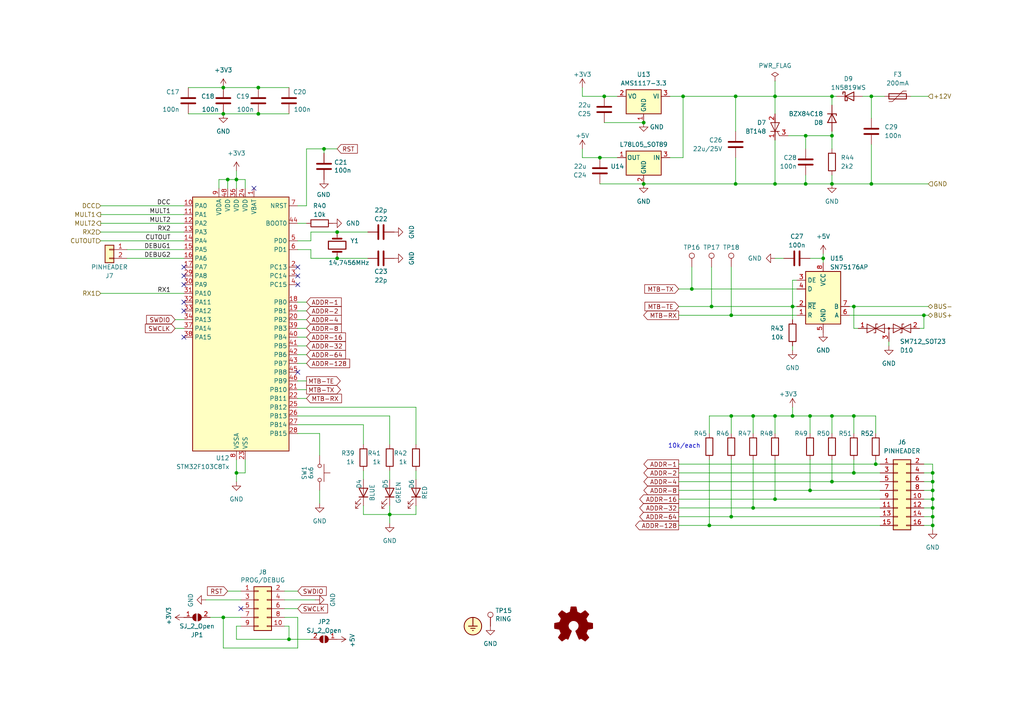
<source format=kicad_sch>
(kicad_sch (version 20230121) (generator eeschema)
  (paper "A4")
  (title_block (title "RailComDet - MTB part") (date "2023-10-05") (company "Laboratory of railway vehicles control") (comment 1 "Kateřina Hanáková") (comment 2 "https://github.com/kmzbrnoI/railcomdet") (comment 3 "https://creativecommons.org/licenses/by-sa/4.0/") (comment 4 "Released under the Creative Commons Attribution-ShareAlike 4.0 License"))
  (lib_symbols
    (symbol "Connector:TestPoint" (pin_numbers hide) (pin_names (offset 0.762) hide)
      (property "Reference" "TP" (at 0 6.858 0))
      (property "Value" "TestPoint" (at 0 5.08 0))
      (symbol "TestPoint_1_1"
        (pin passive line (at 0 0 90) (length 2.54) (name "1") (number "1"))
      )
    )
    (symbol "Connector_Generic:Conn_01x02" (pin_names (offset 1.016) hide)
      (property "Reference" "J" (at 0 2.54 0))
      (property "Value" "Conn_01x02" (at 0 -5.08 0))
      (symbol "Conn_01x02_1_1"
        (pin passive line (at -5.08 0 0) (length 3.81) (name "Pin_1") (number "1"))
        (pin passive line (at -5.08 -2.54 0) (length 3.81) (name "Pin_2") (number "2"))
      )
    )
    (symbol "Connector_Generic:Conn_02x05_Odd_Even" (pin_names (offset 1.016) hide)
      (property "Reference" "J" (at 1.27 7.62 0))
      (property "Value" "Conn_02x05_Odd_Even" (at 1.27 -7.62 0))
      (symbol "Conn_02x05_Odd_Even_1_1"
        (pin passive line (at -5.08 5.08 0) (length 3.81) (name "Pin_1") (number "1"))
        (pin passive line (at 7.62 -5.08 180) (length 3.81) (name "Pin_10") (number "10"))
        (pin passive line (at 7.62 5.08 180) (length 3.81) (name "Pin_2") (number "2"))
        (pin passive line (at -5.08 2.54 0) (length 3.81) (name "Pin_3") (number "3"))
        (pin passive line (at 7.62 2.54 180) (length 3.81) (name "Pin_4") (number "4"))
        (pin passive line (at -5.08 0 0) (length 3.81) (name "Pin_5") (number "5"))
        (pin passive line (at 7.62 0 180) (length 3.81) (name "Pin_6") (number "6"))
        (pin passive line (at -5.08 -2.54 0) (length 3.81) (name "Pin_7") (number "7"))
        (pin passive line (at 7.62 -2.54 180) (length 3.81) (name "Pin_8") (number "8"))
        (pin passive line (at -5.08 -5.08 0) (length 3.81) (name "Pin_9") (number "9"))
      )
    )
    (symbol "Connector_Generic:Conn_02x08_Odd_Even" (pin_names (offset 1.016) hide)
      (property "Reference" "J" (at 1.27 10.16 0))
      (property "Value" "Conn_02x08_Odd_Even" (at 1.27 -12.7 0))
      (symbol "Conn_02x08_Odd_Even_1_1"
        (pin passive line (at -5.08 7.62 0) (length 3.81) (name "Pin_1") (number "1"))
        (pin passive line (at 7.62 -2.54 180) (length 3.81) (name "Pin_10") (number "10"))
        (pin passive line (at -5.08 -5.08 0) (length 3.81) (name "Pin_11") (number "11"))
        (pin passive line (at 7.62 -5.08 180) (length 3.81) (name "Pin_12") (number "12"))
        (pin passive line (at -5.08 -7.62 0) (length 3.81) (name "Pin_13") (number "13"))
        (pin passive line (at 7.62 -7.62 180) (length 3.81) (name "Pin_14") (number "14"))
        (pin passive line (at -5.08 -10.16 0) (length 3.81) (name "Pin_15") (number "15"))
        (pin passive line (at 7.62 -10.16 180) (length 3.81) (name "Pin_16") (number "16"))
        (pin passive line (at 7.62 7.62 180) (length 3.81) (name "Pin_2") (number "2"))
        (pin passive line (at -5.08 5.08 0) (length 3.81) (name "Pin_3") (number "3"))
        (pin passive line (at 7.62 5.08 180) (length 3.81) (name "Pin_4") (number "4"))
        (pin passive line (at -5.08 2.54 0) (length 3.81) (name "Pin_5") (number "5"))
        (pin passive line (at 7.62 2.54 180) (length 3.81) (name "Pin_6") (number "6"))
        (pin passive line (at -5.08 0 0) (length 3.81) (name "Pin_7") (number "7"))
        (pin passive line (at 7.62 0 180) (length 3.81) (name "Pin_8") (number "8"))
        (pin passive line (at -5.08 -2.54 0) (length 3.81) (name "Pin_9") (number "9"))
      )
    )
    (symbol "Device:C" (pin_numbers hide) (pin_names (offset 0.254))
      (property "Reference" "C" (at 0.635 2.54 0))
      (property "Value" "C" (at 0.635 -2.54 0))
      (symbol "C_1_1"
        (pin passive line (at 0 3.81 270) (length 2.794) (name "~") (number "1"))
        (pin passive line (at 0 -3.81 90) (length 2.794) (name "~") (number "2"))
      )
    )
    (symbol "Device:Crystal" (pin_numbers hide) (pin_names (offset 1.016) hide)
      (property "Reference" "Y" (at 0 3.81 0))
      (property "Value" "Crystal" (at 0 -3.81 0))
      (symbol "Crystal_1_1"
        (pin passive line (at -3.81 0 0) (length 1.27) (name "1") (number "1"))
        (pin passive line (at 3.81 0 180) (length 1.27) (name "2") (number "2"))
      )
    )
    (symbol "Device:LED" (pin_numbers hide) (pin_names (offset 1.016) hide)
      (property "Reference" "D" (at 0 2.54 0))
      (property "Value" "LED" (at 0 -2.54 0))
      (symbol "LED_1_1"
        (pin passive line (at -3.81 0 0) (length 2.54) (name "K") (number "1"))
        (pin passive line (at 3.81 0 180) (length 2.54) (name "A") (number "2"))
      )
    )
    (symbol "Device:Polyfuse" (pin_numbers hide) (pin_names (offset 0))
      (property "Reference" "F" (at -2.54 0 90))
      (property "Value" "Polyfuse" (at 2.54 0 90))
      (symbol "Polyfuse_1_1"
        (pin passive line (at 0 3.81 270) (length 1.27) (name "~") (number "1"))
        (pin passive line (at 0 -3.81 90) (length 1.27) (name "~") (number "2"))
      )
    )
    (symbol "Device:Q_SCR_KAG" (pin_names (offset 0) hide)
      (property "Reference" "D" (at 1.905 0.635 0))
      (property "Value" "Q_SCR_KAG" (at 1.905 -1.27 0))
      (symbol "Q_SCR_KAG_1_1"
        (pin passive line (at 0 -3.81 90) (length 2.54) (name "K") (number "1"))
        (pin passive line (at 0 3.81 270) (length 2.54) (name "A") (number "2"))
        (pin input line (at -3.81 -2.54 0) (length 2.54) (name "G") (number "3"))
      )
    )
    (symbol "Device:R" (pin_numbers hide) (pin_names (offset 0))
      (property "Reference" "R" (at 2.032 0 90))
      (property "Value" "R" (at 0 0 90))
      (symbol "R_1_1"
        (pin passive line (at 0 3.81 270) (length 1.27) (name "~") (number "1"))
        (pin passive line (at 0 -3.81 90) (length 1.27) (name "~") (number "2"))
      )
    )
    (symbol "Diode:1N5819WS" (pin_numbers hide) (pin_names (offset 1.016) hide)
      (property "Reference" "D" (at 0 2.54 0))
      (property "Value" "1N5819WS" (at 0 -2.54 0))
      (symbol "1N5819WS_1_1"
        (pin passive line (at -3.81 0 0) (length 2.54) (name "K") (number "1"))
        (pin passive line (at 3.81 0 180) (length 2.54) (name "A") (number "2"))
      )
    )
    (symbol "Diode:BZX84Cxx" (pin_numbers hide) (pin_names hide)
      (property "Reference" "D" (at 0 3.81 0))
      (property "Value" "BZX84Cxx" (at 0 -3.81 0))
      (symbol "BZX84Cxx_1_1"
        (pin passive line (at 3.81 0 180) (length 2.54) (name "A") (number "1"))
        (pin no_connect line (at 1.27 0 180) (length 2.54) hide (name "NC") (number "2"))
        (pin passive line (at -3.81 0 0) (length 2.54) (name "K") (number "3"))
      )
    )
    (symbol "Diode:SM712_SOT23" (pin_names (offset 1.016) hide)
      (property "Reference" "D" (at 0 4.445 0))
      (property "Value" "SM712_SOT23" (at 0 2.54 0))
      (symbol "SM712_SOT23_1_1"
        (pin passive line (at -8.89 0 0) (length 2.54) (name "A1") (number "1"))
        (pin passive line (at 8.89 0 180) (length 2.54) (name "A2") (number "2"))
        (pin input line (at 0 -3.81 90) (length 2.54) (name "common") (number "3"))
      )
    )
    (symbol "Graphic:Logo_Open_Hardware_Small" (in_bom no) (on_board no))
    (symbol "Graphic:SYM_Earth_Protective_Small" (in_bom no) (on_board no))
    (symbol "Interface_UART:SN75176AP"
      (property "Reference" "U" (at -4.318 8.89 0))
      (property "Value" "SN75176AP" (at 1.016 8.89 0))
      (symbol "SN75176AP_1_1"
        (pin output line (at -7.62 -5.08 0) (length 2.54) (name "R") (number "1"))
        (pin input line (at -7.62 -2.54 0) (length 2.54) (name "~{RE}") (number "2"))
        (pin input line (at -7.62 5.08 0) (length 2.54) (name "DE") (number "3"))
        (pin input line (at -7.62 2.54 0) (length 2.54) (name "D") (number "4"))
        (pin power_in line (at 0 -10.16 90) (length 2.54) (name "GND") (number "5"))
        (pin bidirectional line (at 7.62 -5.08 180) (length 2.54) (name "A") (number "6"))
        (pin bidirectional line (at 7.62 -2.54 180) (length 2.54) (name "B") (number "7"))
        (pin power_in line (at 0 10.16 270) (length 2.54) (name "VCC") (number "8"))
      )
    )
    (symbol "Jumper:SolderJumper_2_Open" (pin_names (offset 0) hide)
      (property "Reference" "JP" (at 0 2.032 0))
      (property "Value" "SolderJumper_2_Open" (at 0 -2.54 0))
      (symbol "SolderJumper_2_Open_1_1"
        (pin passive line (at -3.81 0 0) (length 2.54) (name "A") (number "1"))
        (pin passive line (at 3.81 0 180) (length 2.54) (name "B") (number "2"))
      )
    )
    (symbol "MCU_ST_STM32F1:STM32F103C8Tx"
      (property "Reference" "U" (at -12.7 39.37 0))
      (property "Value" "STM32F103C8Tx" (at 10.16 39.37 0))
      (symbol "STM32F103C8Tx_1_1"
        (pin power_in line (at -2.54 40.64 270) (length 2.54) (name "VBAT") (number "1"))
        (pin bidirectional line (at 17.78 35.56 180) (length 2.54) (name "PA0") (number "10"))
        (pin bidirectional line (at 17.78 33.02 180) (length 2.54) (name "PA1") (number "11"))
        (pin bidirectional line (at 17.78 30.48 180) (length 2.54) (name "PA2") (number "12"))
        (pin bidirectional line (at 17.78 27.94 180) (length 2.54) (name "PA3") (number "13"))
        (pin bidirectional line (at 17.78 25.4 180) (length 2.54) (name "PA4") (number "14"))
        (pin bidirectional line (at 17.78 22.86 180) (length 2.54) (name "PA5") (number "15"))
        (pin bidirectional line (at 17.78 20.32 180) (length 2.54) (name "PA6") (number "16"))
        (pin bidirectional line (at 17.78 17.78 180) (length 2.54) (name "PA7") (number "17"))
        (pin bidirectional line (at -15.24 7.62 0) (length 2.54) (name "PB0") (number "18"))
        (pin bidirectional line (at -15.24 5.08 0) (length 2.54) (name "PB1") (number "19"))
        (pin bidirectional line (at -15.24 17.78 0) (length 2.54) (name "PC13") (number "2"))
        (pin bidirectional line (at -15.24 2.54 0) (length 2.54) (name "PB2") (number "20"))
        (pin bidirectional line (at -15.24 -17.78 0) (length 2.54) (name "PB10") (number "21"))
        (pin bidirectional line (at -15.24 -20.32 0) (length 2.54) (name "PB11") (number "22"))
        (pin power_in line (at 0 -38.1 90) (length 2.54) (name "VSS") (number "23"))
        (pin power_in line (at 0 40.64 270) (length 2.54) (name "VDD") (number "24"))
        (pin bidirectional line (at -15.24 -22.86 0) (length 2.54) (name "PB12") (number "25"))
        (pin bidirectional line (at -15.24 -25.4 0) (length 2.54) (name "PB13") (number "26"))
        (pin bidirectional line (at -15.24 -27.94 0) (length 2.54) (name "PB14") (number "27"))
        (pin bidirectional line (at -15.24 -30.48 0) (length 2.54) (name "PB15") (number "28"))
        (pin bidirectional line (at 17.78 15.24 180) (length 2.54) (name "PA8") (number "29"))
        (pin bidirectional line (at -15.24 15.24 0) (length 2.54) (name "PC14") (number "3"))
        (pin bidirectional line (at 17.78 12.7 180) (length 2.54) (name "PA9") (number "30"))
        (pin bidirectional line (at 17.78 10.16 180) (length 2.54) (name "PA10") (number "31"))
        (pin bidirectional line (at 17.78 7.62 180) (length 2.54) (name "PA11") (number "32"))
        (pin bidirectional line (at 17.78 5.08 180) (length 2.54) (name "PA12") (number "33"))
        (pin bidirectional line (at 17.78 2.54 180) (length 2.54) (name "PA13") (number "34"))
        (pin passive line (at 0 -38.1 90) (length 2.54) hide (name "VSS") (number "35"))
        (pin power_in line (at 2.54 40.64 270) (length 2.54) (name "VDD") (number "36"))
        (pin bidirectional line (at 17.78 0 180) (length 2.54) (name "PA14") (number "37"))
        (pin bidirectional line (at 17.78 -2.54 180) (length 2.54) (name "PA15") (number "38"))
        (pin bidirectional line (at -15.24 0 0) (length 2.54) (name "PB3") (number "39"))
        (pin bidirectional line (at -15.24 12.7 0) (length 2.54) (name "PC15") (number "4"))
        (pin bidirectional line (at -15.24 -2.54 0) (length 2.54) (name "PB4") (number "40"))
        (pin bidirectional line (at -15.24 -5.08 0) (length 2.54) (name "PB5") (number "41"))
        (pin bidirectional line (at -15.24 -7.62 0) (length 2.54) (name "PB6") (number "42"))
        (pin bidirectional line (at -15.24 -10.16 0) (length 2.54) (name "PB7") (number "43"))
        (pin input line (at -15.24 30.48 0) (length 2.54) (name "BOOT0") (number "44"))
        (pin bidirectional line (at -15.24 -12.7 0) (length 2.54) (name "PB8") (number "45"))
        (pin bidirectional line (at -15.24 -15.24 0) (length 2.54) (name "PB9") (number "46"))
        (pin passive line (at 0 -38.1 90) (length 2.54) hide (name "VSS") (number "47"))
        (pin power_in line (at 5.08 40.64 270) (length 2.54) (name "VDD") (number "48"))
        (pin bidirectional line (at -15.24 25.4 0) (length 2.54) (name "PD0") (number "5"))
        (pin bidirectional line (at -15.24 22.86 0) (length 2.54) (name "PD1") (number "6"))
        (pin input line (at -15.24 35.56 0) (length 2.54) (name "NRST") (number "7"))
        (pin power_in line (at 2.54 -38.1 90) (length 2.54) (name "VSSA") (number "8"))
        (pin power_in line (at 7.62 40.64 270) (length 2.54) (name "VDDA") (number "9"))
      )
    )
    (symbol "Regulator_Linear:AMS1117-3.3"
      (property "Reference" "U" (at -3.81 3.175 0))
      (property "Value" "AMS1117-3.3" (at 0 3.175 0))
      (symbol "AMS1117-3.3_1_1"
        (pin power_in line (at 0 -7.62 90) (length 2.54) (name "GND") (number "1"))
        (pin power_out line (at 7.62 0 180) (length 2.54) (name "VO") (number "2"))
        (pin power_in line (at -7.62 0 0) (length 2.54) (name "VI") (number "3"))
      )
    )
    (symbol "Regulator_Linear:L78L05_SOT89" (pin_names (offset 0.254))
      (property "Reference" "U" (at -3.81 3.175 0))
      (property "Value" "L78L05_SOT89" (at -0.635 3.175 0))
      (symbol "L78L05_SOT89_1_1"
        (pin power_out line (at 7.62 0 180) (length 2.54) (name "OUT") (number "1"))
        (pin power_in line (at 0 -7.62 90) (length 2.54) (name "GND") (number "2"))
        (pin power_in line (at -7.62 0 0) (length 2.54) (name "IN") (number "3"))
      )
    )
    (symbol "Switch:SW_Push" (pin_numbers hide) (pin_names (offset 1.016) hide)
      (property "Reference" "SW" (at 1.27 2.54 0))
      (property "Value" "SW_Push" (at 0 -1.524 0))
      (symbol "SW_Push_0_1"
        (pin passive line (at -5.08 0 0) (length 2.54) (name "1") (number "1"))
        (pin passive line (at 5.08 0 180) (length 2.54) (name "2") (number "2"))
      )
    )
    (symbol "power:+3V3" (power) (pin_names (offset 0))
      (property "Value" "+3V3" (at 0 3.556 0))
      (symbol "+3V3_1_1"
        (pin power_in line (at 0 0 90) (length 0) hide (name "+3V3") (number "1"))
      )
    )
    (symbol "power:+5V" (power) (pin_names (offset 0))
      (property "Value" "+5V" (at 0 3.556 0))
      (symbol "+5V_1_1"
        (pin power_in line (at 0 0 90) (length 0) hide (name "+5V") (number "1"))
      )
    )
    (symbol "power:GND" (power) (pin_names (offset 0))
      (property "Value" "GND" (at 0 -3.81 0))
      (symbol "GND_1_1"
        (pin power_in line (at 0 0 270) (length 0) hide (name "GND") (number "1"))
      )
    )
    (symbol "power:PWR_FLAG" (power) (pin_numbers hide) (pin_names (offset 0) hide)
      (property "Value" "PWR_FLAG" (at 0 3.81 0))
      (symbol "PWR_FLAG_0_0"
        (pin power_out line (at 0 0 90) (length 0) (name "pwr") (number "1"))
      )
    )
  )
  (junction (at 186.69 53.34))
  (junction (at 234.95 142.24))
  (junction (at 270.51 142.24))
  (junction (at 175.26 27.94))
  (junction (at 254 134.62))
  (junction (at 241.3 139.7))
  (junction (at 270.51 139.7))
  (junction (at 270.51 149.86))
  (junction (at 224.79 27.94))
  (junction (at 74.93 33.02))
  (junction (at 93.98 43.18))
  (junction (at 241.3 120.65))
  (junction (at 270.51 152.4))
  (junction (at 198.12 27.94))
  (junction (at 247.65 120.65))
  (junction (at 270.51 147.32))
  (junction (at 247.65 137.16))
  (junction (at 233.68 53.34))
  (junction (at 206.375 88.9))
  (junction (at 241.3 39.37))
  (junction (at 224.79 120.65))
  (junction (at 213.36 53.34))
  (junction (at 252.73 53.34))
  (junction (at 241.3 27.94))
  (junction (at 218.44 120.65))
  (junction (at 213.36 27.94))
  (junction (at 238.76 74.93))
  (junction (at 247.65 88.9))
  (junction (at 113.03 149.225))
  (junction (at 205.74 152.4))
  (junction (at 241.3 53.34))
  (junction (at 212.09 120.65))
  (junction (at 200.66 83.82))
  (junction (at 234.95 120.65))
  (junction (at 224.79 53.34))
  (junction (at 229.87 120.65))
  (junction (at 74.93 25.4))
  (junction (at 64.77 179.07))
  (junction (at 66.04 52.07))
  (junction (at 270.51 137.16))
  (junction (at 68.58 52.07))
  (junction (at 68.58 137.16))
  (junction (at 97.79 67.31))
  (junction (at 218.44 147.32))
  (junction (at 64.77 33.02))
  (junction (at 233.68 39.37))
  (junction (at 64.77 25.4))
  (junction (at 173.99 45.72))
  (junction (at 212.09 91.44))
  (junction (at 252.73 27.94))
  (junction (at 270.51 144.78))
  (junction (at 224.79 144.78))
  (junction (at 229.87 88.9))
  (junction (at 267.97 91.44))
  (junction (at 83.82 185.42))
  (junction (at 97.79 74.93))
  (junction (at 186.69 35.56))
  (junction (at 212.09 149.86))
  (no_connect (at 53.34 97.79))
  (no_connect (at 53.34 77.47))
  (no_connect (at 86.36 77.47))
  (no_connect (at 53.34 82.55))
  (no_connect (at 86.36 80.01))
  (no_connect (at 53.34 87.63))
  (no_connect (at 69.85 176.53))
  (no_connect (at 73.66 54.61))
  (no_connect (at 86.36 107.95))
  (no_connect (at 53.34 90.17))
  (no_connect (at 86.36 82.55))
  (no_connect (at 53.34 80.01))
  (wire (pts (xy 66.04 52.07) (xy 66.04 54.61)))
  (wire (pts (xy 241.3 27.94) (xy 241.3 30.48)))
  (wire (pts (xy 213.36 45.72) (xy 213.36 53.34)))
  (wire (pts (xy 200.66 83.82) (xy 231.14 83.82)))
  (wire (pts (xy 270.51 144.78) (xy 270.51 147.32)))
  (wire (pts (xy 175.26 27.94) (xy 179.07 27.94)))
  (wire (pts (xy 88.9 43.18) (xy 88.9 59.69)))
  (wire (pts (xy 88.9 105.41) (xy 86.36 105.41)))
  (wire (pts (xy 198.12 27.94) (xy 213.36 27.94)))
  (wire (pts (xy 68.58 49.53) (xy 68.58 52.07)))
  (wire (pts (xy 113.03 149.225) (xy 113.03 151.765)))
  (wire (pts (xy 241.3 39.37) (xy 241.3 43.18)))
  (wire (pts (xy 198.12 45.72) (xy 198.12 27.94)))
  (wire (pts (xy 186.69 35.56) (xy 175.26 35.56)))
  (wire (pts (xy 86.36 179.07) (xy 86.36 187.96)))
  (wire (pts (xy 270.51 137.16) (xy 270.51 139.7)))
  (wire (pts (xy 83.82 181.61) (xy 83.82 185.42)))
  (wire (pts (xy 212.09 77.47) (xy 212.09 91.44)))
  (wire (pts (xy 113.03 128.905) (xy 113.03 120.65)))
  (wire (pts (xy 233.68 53.34) (xy 241.3 53.34)))
  (wire (pts (xy 247.65 88.9) (xy 247.65 95.25)))
  (wire (pts (xy 82.55 171.45) (xy 86.36 171.45)))
  (wire (pts (xy 234.95 120.65) (xy 234.95 125.73)))
  (wire (pts (xy 247.65 125.73) (xy 247.65 120.65)))
  (wire (pts (xy 90.17 74.93) (xy 97.79 74.93)))
  (wire (pts (xy 74.93 25.4) (xy 64.77 25.4)))
  (wire (pts (xy 92.71 125.73) (xy 92.71 132.08)))
  (wire (pts (xy 82.55 176.53) (xy 86.36 176.53)))
  (wire (pts (xy 213.36 53.34) (xy 224.79 53.34)))
  (wire (pts (xy 82.55 179.07) (xy 86.36 179.07)))
  (wire (pts (xy 168.91 25.4) (xy 168.91 27.94)))
  (wire (pts (xy 66.04 52.07) (xy 63.5 52.07)))
  (wire (pts (xy 68.58 185.42) (xy 68.58 181.61)))
  (wire (pts (xy 92.71 142.24) (xy 92.71 146.05)))
  (wire (pts (xy 29.21 69.85) (xy 53.34 69.85)))
  (wire (pts (xy 229.87 88.9) (xy 231.14 88.9)))
  (wire (pts (xy 196.85 88.9) (xy 206.375 88.9)))
  (wire (pts (xy 64.77 33.02) (xy 54.61 33.02)))
  (wire (pts (xy 224.79 33.02) (xy 224.79 27.94)))
  (wire (pts (xy 246.38 91.44) (xy 267.97 91.44)))
  (wire (pts (xy 238.76 74.93) (xy 238.76 76.2)))
  (wire (pts (xy 241.3 120.65) (xy 247.65 120.65)))
  (wire (pts (xy 92.71 125.73) (xy 86.36 125.73)))
  (wire (pts (xy 86.36 64.77) (xy 88.9 64.77)))
  (wire (pts (xy 196.85 144.78) (xy 224.79 144.78)))
  (wire (pts (xy 212.09 120.65) (xy 212.09 125.73)))
  (wire (pts (xy 247.65 137.16) (xy 255.27 137.16)))
  (wire (pts (xy 212.09 149.86) (xy 255.27 149.86)))
  (wire (pts (xy 224.79 133.35) (xy 224.79 144.78)))
  (wire (pts (xy 120.65 149.225) (xy 113.03 149.225)))
  (wire (pts (xy 267.97 91.44) (xy 269.24 91.44)))
  (wire (pts (xy 90.17 72.39) (xy 90.17 74.93)))
  (wire (pts (xy 173.99 53.34) (xy 186.69 53.34)))
  (wire (pts (xy 270.51 134.62) (xy 270.51 137.16)))
  (wire (pts (xy 212.09 133.35) (xy 212.09 149.86)))
  (wire (pts (xy 196.85 149.86) (xy 212.09 149.86)))
  (wire (pts (xy 113.03 149.225) (xy 105.41 149.225)))
  (wire (pts (xy 241.3 38.1) (xy 241.3 39.37)))
  (wire (pts (xy 29.21 62.23) (xy 53.34 62.23)))
  (wire (pts (xy 252.73 27.94) (xy 252.73 34.29)))
  (wire (pts (xy 254 120.65) (xy 254 125.73)))
  (wire (pts (xy 83.82 185.42) (xy 90.17 185.42)))
  (wire (pts (xy 205.74 125.73) (xy 205.74 120.65)))
  (wire (pts (xy 254 133.35) (xy 254 134.62)))
  (wire (pts (xy 106.68 67.31) (xy 97.79 67.31)))
  (wire (pts (xy 224.79 144.78) (xy 255.27 144.78)))
  (wire (pts (xy 88.9 90.17) (xy 86.36 90.17)))
  (wire (pts (xy 69.85 171.45) (xy 66.04 171.45)))
  (wire (pts (xy 234.95 142.24) (xy 255.27 142.24)))
  (wire (pts (xy 247.65 120.65) (xy 254 120.65)))
  (wire (pts (xy 71.12 54.61) (xy 71.12 52.07)))
  (wire (pts (xy 254 134.62) (xy 255.27 134.62)))
  (wire (pts (xy 270.51 147.32) (xy 270.51 149.86)))
  (wire (pts (xy 270.51 139.7) (xy 270.51 142.24)))
  (wire (pts (xy 64.77 179.07) (xy 60.96 179.07)))
  (wire (pts (xy 196.85 91.44) (xy 212.09 91.44)))
  (wire (pts (xy 179.07 45.72) (xy 173.99 45.72)))
  (wire (pts (xy 206.375 77.47) (xy 206.375 88.9)))
  (wire (pts (xy 212.09 91.44) (xy 231.14 91.44)))
  (wire (pts (xy 224.79 23.495) (xy 224.79 27.94)))
  (wire (pts (xy 233.68 39.37) (xy 233.68 43.18)))
  (wire (pts (xy 64.77 25.4) (xy 54.61 25.4)))
  (wire (pts (xy 186.69 53.34) (xy 213.36 53.34)))
  (wire (pts (xy 88.9 113.03) (xy 86.36 113.03)))
  (wire (pts (xy 173.99 45.72) (xy 168.91 45.72)))
  (wire (pts (xy 218.44 120.65) (xy 224.79 120.65)))
  (wire (pts (xy 91.44 173.99) (xy 82.55 173.99)))
  (wire (pts (xy 86.36 72.39) (xy 90.17 72.39)))
  (wire (pts (xy 50.8 92.71) (xy 53.34 92.71)))
  (wire (pts (xy 224.79 27.94) (xy 241.3 27.94)))
  (wire (pts (xy 74.93 33.02) (xy 64.77 33.02)))
  (wire (pts (xy 267.97 95.25) (xy 267.97 91.44)))
  (wire (pts (xy 68.58 139.7) (xy 68.58 137.16)))
  (wire (pts (xy 196.85 139.7) (xy 241.3 139.7)))
  (wire (pts (xy 196.85 152.4) (xy 205.74 152.4)))
  (wire (pts (xy 267.97 149.86) (xy 270.51 149.86)))
  (wire (pts (xy 36.83 74.93) (xy 53.34 74.93)))
  (wire (pts (xy 93.98 44.45) (xy 93.98 43.18)))
  (wire (pts (xy 233.68 39.37) (xy 241.3 39.37)))
  (wire (pts (xy 267.97 137.16) (xy 270.51 137.16)))
  (wire (pts (xy 228.6 39.37) (xy 233.68 39.37)))
  (wire (pts (xy 59.69 173.99) (xy 69.85 173.99)))
  (wire (pts (xy 105.41 136.525) (xy 105.41 139.065)))
  (wire (pts (xy 267.97 142.24) (xy 270.51 142.24)))
  (wire (pts (xy 234.95 133.35) (xy 234.95 142.24)))
  (wire (pts (xy 88.9 97.79) (xy 86.36 97.79)))
  (wire (pts (xy 224.79 120.65) (xy 229.87 120.65)))
  (wire (pts (xy 97.79 43.18) (xy 93.98 43.18)))
  (wire (pts (xy 168.91 43.18) (xy 168.91 45.72)))
  (wire (pts (xy 86.36 118.11) (xy 120.65 118.11)))
  (wire (pts (xy 270.51 149.86) (xy 270.51 152.4)))
  (wire (pts (xy 36.83 72.39) (xy 53.34 72.39)))
  (wire (pts (xy 205.74 152.4) (xy 255.27 152.4)))
  (wire (pts (xy 93.98 43.18) (xy 88.9 43.18)))
  (wire (pts (xy 88.9 110.49) (xy 86.36 110.49)))
  (wire (pts (xy 252.73 27.94) (xy 256.54 27.94)))
  (wire (pts (xy 270.51 142.24) (xy 270.51 144.78)))
  (wire (pts (xy 71.12 133.35) (xy 71.12 137.16)))
  (wire (pts (xy 113.03 146.685) (xy 113.03 149.225)))
  (wire (pts (xy 86.36 123.19) (xy 105.41 123.19)))
  (wire (pts (xy 194.31 45.72) (xy 198.12 45.72)))
  (wire (pts (xy 196.85 83.82) (xy 200.66 83.82)))
  (wire (pts (xy 29.21 67.31) (xy 53.34 67.31)))
  (wire (pts (xy 248.92 95.25) (xy 247.65 95.25)))
  (wire (pts (xy 68.58 185.42) (xy 83.82 185.42)))
  (wire (pts (xy 113.03 136.525) (xy 113.03 139.065)))
  (wire (pts (xy 205.74 133.35) (xy 205.74 152.4)))
  (wire (pts (xy 229.87 100.33) (xy 229.87 101.6)))
  (wire (pts (xy 241.3 125.73) (xy 241.3 120.65)))
  (wire (pts (xy 50.8 95.25) (xy 53.34 95.25)))
  (wire (pts (xy 257.81 99.06) (xy 257.81 100.33)))
  (wire (pts (xy 252.73 53.34) (xy 269.24 53.34)))
  (wire (pts (xy 29.21 59.69) (xy 53.34 59.69)))
  (wire (pts (xy 229.87 120.65) (xy 234.95 120.65)))
  (wire (pts (xy 88.9 95.25) (xy 86.36 95.25)))
  (wire (pts (xy 250.19 27.94) (xy 252.73 27.94)))
  (wire (pts (xy 212.09 120.65) (xy 218.44 120.65)))
  (wire (pts (xy 218.44 120.65) (xy 218.44 125.73)))
  (wire (pts (xy 229.87 81.28) (xy 229.87 88.9)))
  (wire (pts (xy 267.97 147.32) (xy 270.51 147.32)))
  (wire (pts (xy 82.55 181.61) (xy 83.82 181.61)))
  (wire (pts (xy 213.36 27.94) (xy 224.79 27.94)))
  (wire (pts (xy 106.68 74.93) (xy 97.79 74.93)))
  (wire (pts (xy 68.58 52.07) (xy 68.58 54.61)))
  (wire (pts (xy 88.9 87.63) (xy 86.36 87.63)))
  (wire (pts (xy 196.85 134.62) (xy 254 134.62)))
  (wire (pts (xy 83.82 25.4) (xy 74.93 25.4)))
  (wire (pts (xy 247.65 133.35) (xy 247.65 137.16)))
  (wire (pts (xy 88.9 92.71) (xy 86.36 92.71)))
  (wire (pts (xy 194.31 27.94) (xy 198.12 27.94)))
  (wire (pts (xy 68.58 133.35) (xy 68.58 137.16)))
  (wire (pts (xy 88.9 100.33) (xy 86.36 100.33)))
  (wire (pts (xy 105.41 123.19) (xy 105.41 128.905)))
  (wire (pts (xy 252.73 41.91) (xy 252.73 53.34)))
  (wire (pts (xy 270.51 152.4) (xy 270.51 153.67)))
  (wire (pts (xy 241.3 27.94) (xy 242.57 27.94)))
  (wire (pts (xy 267.97 144.78) (xy 270.51 144.78)))
  (wire (pts (xy 252.73 53.34) (xy 241.3 53.34)))
  (wire (pts (xy 241.3 139.7) (xy 255.27 139.7)))
  (wire (pts (xy 241.3 133.35) (xy 241.3 139.7)))
  (wire (pts (xy 120.65 118.11) (xy 120.65 128.905)))
  (wire (pts (xy 246.38 88.9) (xy 247.65 88.9)))
  (wire (pts (xy 205.74 120.65) (xy 212.09 120.65)))
  (wire (pts (xy 71.12 137.16) (xy 68.58 137.16)))
  (wire (pts (xy 64.77 187.96) (xy 64.77 179.07)))
  (wire (pts (xy 233.68 50.8) (xy 233.68 53.34)))
  (wire (pts (xy 234.95 74.93) (xy 238.76 74.93)))
  (wire (pts (xy 267.97 134.62) (xy 270.51 134.62)))
  (wire (pts (xy 88.9 59.69) (xy 86.36 59.69)))
  (wire (pts (xy 120.65 136.525) (xy 120.65 139.065)))
  (wire (pts (xy 264.16 27.94) (xy 269.24 27.94)))
  (wire (pts (xy 105.41 146.685) (xy 105.41 149.225)))
  (wire (pts (xy 238.76 73.66) (xy 238.76 74.93)))
  (wire (pts (xy 224.79 74.93) (xy 227.33 74.93)))
  (wire (pts (xy 29.21 85.09) (xy 53.34 85.09)))
  (wire (pts (xy 200.66 77.47) (xy 200.66 83.82)))
  (wire (pts (xy 206.375 88.9) (xy 229.87 88.9)))
  (wire (pts (xy 64.77 179.07) (xy 69.85 179.07)))
  (wire (pts (xy 68.58 181.61) (xy 69.85 181.61)))
  (wire (pts (xy 196.85 137.16) (xy 247.65 137.16)))
  (wire (pts (xy 63.5 52.07) (xy 63.5 54.61)))
  (wire (pts (xy 196.85 147.32) (xy 218.44 147.32)))
  (wire (pts (xy 234.95 120.65) (xy 241.3 120.65)))
  (wire (pts (xy 88.9 102.87) (xy 86.36 102.87)))
  (wire (pts (xy 224.79 125.73) (xy 224.79 120.65)))
  (wire (pts (xy 266.7 95.25) (xy 267.97 95.25)))
  (wire (pts (xy 218.44 133.35) (xy 218.44 147.32)))
  (wire (pts (xy 29.21 64.77) (xy 53.34 64.77)))
  (wire (pts (xy 71.12 52.07) (xy 68.58 52.07)))
  (wire (pts (xy 83.82 33.02) (xy 74.93 33.02)))
  (wire (pts (xy 90.17 67.31) (xy 97.79 67.31)))
  (wire (pts (xy 168.91 27.94) (xy 175.26 27.94)))
  (wire (pts (xy 224.79 53.34) (xy 233.68 53.34)))
  (wire (pts (xy 241.3 53.34) (xy 241.3 50.8)))
  (wire (pts (xy 213.36 38.1) (xy 213.36 27.94)))
  (wire (pts (xy 229.87 88.9) (xy 229.87 92.71)))
  (wire (pts (xy 86.36 69.85) (xy 90.17 69.85)))
  (wire (pts (xy 229.87 118.11) (xy 229.87 120.65)))
  (wire (pts (xy 247.65 88.9) (xy 269.24 88.9)))
  (wire (pts (xy 120.65 146.685) (xy 120.65 149.225)))
  (wire (pts (xy 86.36 187.96) (xy 64.77 187.96)))
  (wire (pts (xy 86.36 120.65) (xy 113.03 120.65)))
  (wire (pts (xy 218.44 147.32) (xy 255.27 147.32)))
  (wire (pts (xy 90.17 69.85) (xy 90.17 67.31)))
  (wire (pts (xy 229.87 81.28) (xy 231.14 81.28)))
  (wire (pts (xy 267.97 152.4) (xy 270.51 152.4)))
  (wire (pts (xy 88.9 115.57) (xy 86.36 115.57)))
  (wire (pts (xy 267.97 139.7) (xy 270.51 139.7)))
  (wire (pts (xy 68.58 52.07) (xy 66.04 52.07)))
  (wire (pts (xy 224.79 40.64) (xy 224.79 53.34)))
  (wire (pts (xy 196.85 142.24) (xy 234.95 142.24)))
  (text "10k/each" (at 203.2 130.175 0) (effects (font (size 1.27 1.27)) (justify right bottom)))
  (label "RX1" (at 49.53 85.09 180))
  (label "CUTOUT" (at 49.53 69.85 180))
  (label "RX2" (at 49.53 67.31 180))
  (label "DEBUG1" (at 49.53 72.39 180))
  (label "MULT1" (at 49.53 62.23 180))
  (label "MULT2" (at 49.53 64.77 180))
  (label "DCC" (at 49.53 59.69 180))
  (label "DEBUG2" (at 49.53 74.93 180))
  (global_label "SWDIO" (shape input) (at 86.36 171.45 0) (property "Intersheetrefs" "${INTERSHEET_REFS}" (effects hide)))
  (global_label "SWDIO" (shape input) (at 50.8 92.71 180) (property "Intersheetrefs" "${INTERSHEET_REFS}" (effects hide)))
  (global_label "ADDR-1" (shape input) (at 88.9 87.63 0) (property "Intersheetrefs" "${INTERSHEET_REFS}" (effects hide)))
  (global_label "RST" (shape input) (at 97.79 43.18 0) (property "Intersheetrefs" "${INTERSHEET_REFS}" (effects hide)))
  (global_label "ADDR-32" (shape input) (at 88.9 100.33 0) (property "Intersheetrefs" "${INTERSHEET_REFS}" (effects hide)))
  (global_label "ADDR-16" (shape output) (at 196.85 144.78 180) (property "Intersheetrefs" "${INTERSHEET_REFS}" (effects hide)))
  (global_label "MTB-TE" (shape input) (at 196.85 88.9 180) (property "Intersheetrefs" "${INTERSHEET_REFS}" (effects hide)))
  (global_label "ADDR-128" (shape output) (at 196.85 152.4 180) (property "Intersheetrefs" "${INTERSHEET_REFS}" (effects hide)))
  (global_label "RST" (shape input) (at 66.04 171.45 180) (property "Intersheetrefs" "${INTERSHEET_REFS}" (effects hide)))
  (global_label "ADDR-2" (shape input) (at 88.9 90.17 0) (property "Intersheetrefs" "${INTERSHEET_REFS}" (effects hide)))
  (global_label "ADDR-64" (shape input) (at 88.9 102.87 0) (property "Intersheetrefs" "${INTERSHEET_REFS}" (effects hide)))
  (global_label "MTB-TX" (shape output) (at 88.9 113.03 0) (property "Intersheetrefs" "${INTERSHEET_REFS}" (effects hide)))
  (global_label "ADDR-1" (shape output) (at 196.85 134.62 180) (property "Intersheetrefs" "${INTERSHEET_REFS}" (effects hide)))
  (global_label "SWCLK" (shape input) (at 50.8 95.25 180) (property "Intersheetrefs" "${INTERSHEET_REFS}" (effects hide)))
  (global_label "SWCLK" (shape input) (at 86.36 176.53 0) (property "Intersheetrefs" "${INTERSHEET_REFS}" (effects hide)))
  (global_label "ADDR-16" (shape input) (at 88.9 97.79 0) (property "Intersheetrefs" "${INTERSHEET_REFS}" (effects hide)))
  (global_label "ADDR-2" (shape output) (at 196.85 137.16 180) (property "Intersheetrefs" "${INTERSHEET_REFS}" (effects hide)))
  (global_label "MTB-RX" (shape input) (at 88.9 115.57 0) (property "Intersheetrefs" "${INTERSHEET_REFS}" (effects hide)))
  (global_label "ADDR-32" (shape output) (at 196.85 147.32 180) (property "Intersheetrefs" "${INTERSHEET_REFS}" (effects hide)))
  (global_label "MTB-TX" (shape input) (at 196.85 83.82 180) (property "Intersheetrefs" "${INTERSHEET_REFS}" (effects hide)))
  (global_label "MTB-TE" (shape output) (at 88.9 110.49 0) (property "Intersheetrefs" "${INTERSHEET_REFS}" (effects hide)))
  (global_label "ADDR-64" (shape output) (at 196.85 149.86 180) (property "Intersheetrefs" "${INTERSHEET_REFS}" (effects hide)))
  (global_label "MTB-RX" (shape output) (at 196.85 91.44 180) (property "Intersheetrefs" "${INTERSHEET_REFS}" (effects hide)))
  (global_label "ADDR-8" (shape input) (at 88.9 95.25 0) (property "Intersheetrefs" "${INTERSHEET_REFS}" (effects hide)))
  (global_label "ADDR-4" (shape output) (at 196.85 139.7 180) (property "Intersheetrefs" "${INTERSHEET_REFS}" (effects hide)))
  (global_label "ADDR-4" (shape input) (at 88.9 92.71 0) (property "Intersheetrefs" "${INTERSHEET_REFS}" (effects hide)))
  (global_label "ADDR-8" (shape output) (at 196.85 142.24 180) (property "Intersheetrefs" "${INTERSHEET_REFS}" (effects hide)))
  (global_label "ADDR-128" (shape input) (at 88.9 105.41 0) (property "Intersheetrefs" "${INTERSHEET_REFS}" (effects hide)))
  (hierarchical_label "DCC" (shape input) (at 29.21 59.69 180))
  (hierarchical_label "CUTOUT" (shape input) (at 29.21 69.85 180))
  (hierarchical_label "GND" (shape input) (at 269.24 53.34 0))
  (hierarchical_label "+12V" (shape input) (at 269.24 27.94 0))
  (hierarchical_label "MULT1" (shape output) (at 29.21 62.23 180))
  (hierarchical_label "BUS+" (shape bidirectional) (at 269.24 91.44 0))
  (hierarchical_label "RX2" (shape input) (at 29.21 67.31 180))
  (hierarchical_label "RX1" (shape input) (at 29.21 85.09 180))
  (hierarchical_label "BUS-" (shape bidirectional) (at 269.24 88.9 0))
  (hierarchical_label "MULT2" (shape output) (at 29.21 64.77 180))
  (symbol (lib_id "Device:R") (at 254 129.54 0) (unit 1)
    (property "Reference" "R52" (at 249.555 125.73 0) (effects (justify left)))
    (property "Value" "10k" (effects hide))
    (property "Footprint" "Resistor_SMD:R_0805_2012Metric" (effects hide))
  )
  (symbol (lib_id "Device:C") (at 233.68 46.99 0) (mirror y) (unit 1)
    (property "Reference" "C28" (at 231.14 45.72 0) (effects (justify left)))
    (property "Value" "100n" (at 231.14 48.26 0) (effects (justify left)))
    (property "Footprint" "Capacitor_SMD:C_0805_2012Metric" (effects hide))
  )
  (symbol (lib_id "Connector:TestPoint") (at 206.375 77.47 0) (unit 1)
    (property "Reference" "TP17" (at 206.375 71.755 0))
    (property "Value" "PAD" (effects hide))
    (property "Footprint" "Connector_PinHeader_2.54mm:PinHeader_1x01_P2.54mm_Vertical" (effects hide))
  )
  (symbol (lib_id "Jumper:SolderJumper_2_Open") (at 93.98 185.42 180) (unit 1)
    (property "Reference" "JP2" (at 93.98 180.34 0))
    (property "Value" "SJ_2_Open" (at 93.98 182.88 0))
    (property "Footprint" "Connector_PinHeader_2.54mm:PinHeader_1x02_P2.54mm_Vertical" (effects hide))
    (property "JLCPCB_IGNORE" "true" (effects hide))
    (instances (project "railcomdet" (path "" (reference "JP2") (unit 1))) (project "dc01 (2)" (path "" (reference "JP?") (unit 1))))
  )
  (symbol (lib_id "Connector_Generic:Conn_02x05_Odd_Even") (at 74.93 176.53 0) (unit 1)
    (property "Reference" "J8" (at 76.2 165.9382 0))
    (property "Value" "PROG/DEBUG" (at 76.2 168.2496 0))
    (property "Footprint" "Connector_PinHeader_2.54mm:PinHeader_2x05_P2.54mm_Vertical" (effects hide))
    (property "JLCPCB_IGNORE" "true" (effects hide))
    (instances (project "railcomdet" (path "" (reference "J8") (unit 1))) (project "dc01 (2)" (path "" (reference "J?") (unit 1))))
  )
  (symbol (lib_id "MCU_ST_STM32F1:STM32F103C8Tx") (at 71.12 95.25 0) (mirror y) (unit 1)
    (property "Reference" "U12" (at 66.5606 132.8404 0) (effects (justify left)))
    (property "Value" "STM32F103C8Tx" (at 66.5606 135.3773 0) (effects (justify left)))
    (property "Footprint" "Package_QFP:LQFP-48_7x7mm_P0.5mm" (effects hide))
    (property "Datasheet" "https://www.st.com/resource/en/datasheet/stm32f103c8.pdf" (effects hide))
  )
  (symbol (lib_id "power:GND") (at 257.81 100.33 0) (unit 1)
    (property "Reference" "#PWR064" (effects hide))
    (property "Value" "GND" (at 257.81 105.41 0))
  )
  (symbol (lib_id "Interface_UART:SN75176AP") (at 238.76 86.36 0) (unit 1)
    (property "Reference" "U15" (at 240.7159 74.93 0) (effects (justify left)))
    (property "Value" "SN75176AP" (at 240.7159 77.47 0) (effects (justify left)))
    (property "Footprint" "Package_DIP:DIP-8_W7.62mm_LongPads" (effects hide))
    (property "Datasheet" "http://www.ti.com/lit/ds/symlink/sn75176a.pdf" (effects hide))
  )
  (symbol (lib_id "Device:R") (at 113.03 132.715 0) (mirror y) (unit 1)
    (property "Reference" "R41" (at 110.49 131.445 0) (effects (justify left)))
    (property "Value" "1k" (at 110.49 133.985 0) (effects (justify left)))
    (property "Footprint" "Resistor_SMD:R_0805_2012Metric" (effects hide))
  )
  (symbol (lib_id "Connector:TestPoint") (at 200.66 77.47 0) (unit 1)
    (property "Reference" "TP16" (at 200.66 71.755 0))
    (property "Value" "PAD" (effects hide))
    (property "Footprint" "Connector_PinHeader_2.54mm:PinHeader_1x01_P2.54mm_Vertical" (effects hide))
  )
  (symbol (lib_id "Diode:SM712_SOT23") (at 257.81 95.25 0) (unit 1)
    (property "Reference" "D10" (at 260.985 101.6 0) (effects (justify left)))
    (property "Value" "SM712_SOT23" (at 260.985 99.06 0) (effects (justify left)))
    (property "Footprint" "Package_TO_SOT_SMD:SOT-23" (effects hide))
    (property "Datasheet" "https://www.littelfuse.com/~/media/electronics/datasheets/tvs_diode_arrays/littelfuse_tvs_diode_array_sm712_datasheet.pdf.pdf" (effects hide))
  )
  (symbol (lib_id "Connector:TestPoint") (at 142.24 181.61 0) (unit 1)
    (property "Reference" "TP15" (at 143.637 177.0959 0) (effects (justify left)))
    (property "Value" "RING" (at 143.637 179.5201 0) (effects (justify left)))
    (property "Footprint" "TestPoint:TestPoint_Loop_D1.80mm_Drill1.0mm_Beaded" (effects hide))
  )
  (symbol (lib_id "power:+3V3") (at 229.87 118.11 0) (unit 1)
    (property "Reference" "#PWR059" (effects hide))
    (property "Value" "+3V3" (at 228.6 114.3 0))
  )
  (symbol (lib_id "Device:Polyfuse") (at 260.35 27.94 90) (unit 1)
    (property "Reference" "F3" (at 260.35 21.59 90))
    (property "Value" "200mA" (at 260.35 24.13 90))
    (property "Footprint" "Fuse:Fuse_1812_4532Metric_Pad1.30x3.40mm_HandSolder" (effects hide))
  )
  (symbol (lib_id "power:GND") (at 229.87 101.6 0) (unit 1)
    (property "Reference" "#PWR058" (effects hide))
    (property "Value" "GND" (at 229.87 106.68 0))
  )
  (symbol (lib_id "Device:R") (at 224.79 129.54 0) (unit 1)
    (property "Reference" "R48" (at 220.345 125.73 0) (effects (justify left)))
    (property "Value" "10k" (effects hide))
    (property "Footprint" "Resistor_SMD:R_0805_2012Metric" (effects hide))
  )
  (symbol (lib_id "Diode:BZX84Cxx") (at 241.3 34.29 270) (unit 1)
    (property "Reference" "D8" (at 238.76 35.56 90) (effects (justify right)))
    (property "Value" "BZX84C18" (at 238.76 33.02 90) (effects (justify right)))
    (property "Footprint" "Package_TO_SOT_SMD:SOT-23" (effects hide))
    (property "Datasheet" "https://diotec.com/tl_files/diotec/files/pdf/datasheets/bzx84c2v4.pdf" (effects hide))
  )
  (symbol (lib_id "Device:R") (at 218.44 129.54 0) (unit 1)
    (property "Reference" "R47" (at 213.995 125.73 0) (effects (justify left)))
    (property "Value" "10k" (effects hide))
    (property "Footprint" "Resistor_SMD:R_0805_2012Metric" (effects hide))
  )
  (symbol (lib_id "Device:C") (at 213.36 41.91 0) (unit 1)
    (property "Reference" "C26" (at 209.55 40.64 0) (effects (justify right)))
    (property "Value" "22u/25V" (at 209.55 43.18 0) (effects (justify right)))
    (property "Footprint" "Capacitor_SMD:C_0805_2012Metric_Pad1.18x1.45mm_HandSolder" (effects hide))
  )
  (symbol (lib_id "Device:C") (at 175.26 31.75 0) (mirror x) (unit 1)
    (property "Reference" "C25" (at 171.45 33.02 0) (effects (justify right)))
    (property "Value" "22u" (at 171.45 30.48 0) (effects (justify right)))
    (property "Footprint" "Capacitor_SMD:C_0805_2012Metric_Pad1.18x1.45mm_HandSolder" (effects hide))
  )
  (symbol (lib_id "Device:R") (at 241.3 46.99 0) (unit 1)
    (property "Reference" "R44" (at 243.84 45.72 0) (effects (justify left)))
    (property "Value" "2k2" (at 243.84 48.26 0) (effects (justify left)))
    (property "Footprint" "Resistor_SMD:R_0805_2012Metric" (effects hide))
  )
  (symbol (lib_id "power:GND") (at 59.69 173.99 270) (unit 1)
    (property "Reference" "#PWR039" (effects hide))
    (property "Value" "GND" (at 55.2958 174.117 0))
    (instances (project "railcomdet" (path "" (reference "#PWR039") (unit 1))) (project "dc01 (2)" (path "" (reference "#PWR?") (unit 1))))
  )
  (symbol (lib_id "power:+3V3") (at 168.91 25.4 0) (unit 1)
    (property "Reference" "#PWR053" (effects hide))
    (property "Value" "+3V3" (at 168.91 21.59 0))
  )
  (symbol (lib_id "Connector_Generic:Conn_02x08_Odd_Even") (at 260.35 142.24 0) (unit 1)
    (property "Reference" "J6" (at 261.62 128.27 0))
    (property "Value" "PINHEADER" (at 261.62 130.81 0))
    (property "Footprint" "Connector_PinHeader_2.54mm:PinHeader_2x08_P2.54mm_Vertical" (effects hide))
  )
  (symbol (lib_id "Device:R") (at 205.74 129.54 0) (unit 1)
    (property "Reference" "R45" (at 205.105 125.73 0) (effects (justify right)))
    (property "Value" "10k" (effects hide))
    (property "Footprint" "Resistor_SMD:R_0805_2012Metric" (effects hide))
  )
  (symbol (lib_id "power:GND") (at 91.44 173.99 90) (unit 1)
    (property "Reference" "#PWR045" (effects hide))
    (property "Value" "GND" (at 96.52 173.99 0))
    (instances (project "railcomdet" (path "" (reference "#PWR045") (unit 1))) (project "dc01 (2)" (path "" (reference "#PWR?") (unit 1))))
  )
  (symbol (lib_id "power:GND") (at 96.52 64.77 90) (unit 1)
    (property "Reference" "#PWR047" (effects hide))
    (property "Value" "GND" (at 100.33 64.77 90) (effects (justify right)))
  )
  (symbol (lib_id "Graphic:SYM_Earth_Protective_Small") (at 137.16 181.61 0) (unit 1) (in_bom no) (on_board no)
    (property "Reference" "#SYM3" (effects hide))
    (property "Value" "SYM_Earth_Protective_Small" (effects hide))
    (property "Sim.Enable" "0" (effects hide))
  )
  (symbol (lib_id "Device:LED") (at 113.03 142.875 270) (mirror x) (unit 1)
    (property "Reference" "D5" (at 111.76 140.335 0))
    (property "Value" "GREEN" (at 115.57 142.875 0))
    (property "Footprint" "LED_SMD:LED_0805_2012Metric" (effects hide))
  )
  (symbol (lib_id "Device:C") (at 173.99 49.53 0) (mirror x) (unit 1)
    (property "Reference" "C24" (at 170.18 50.8 0) (effects (justify right)))
    (property "Value" "22u" (at 170.18 48.26 0) (effects (justify right)))
    (property "Footprint" "Capacitor_SMD:C_0805_2012Metric_Pad1.18x1.45mm_HandSolder" (effects hide))
  )
  (symbol (lib_id "Device:LED") (at 120.65 142.875 270) (mirror x) (unit 1)
    (property "Reference" "D6" (at 119.38 140.335 0))
    (property "Value" "RED" (at 123.19 142.875 0))
    (property "Footprint" "LED_SMD:LED_0805_2012Metric" (effects hide))
  )
  (symbol (lib_id "Device:R") (at 247.65 129.54 0) (unit 1)
    (property "Reference" "R51" (at 243.205 125.73 0) (effects (justify left)))
    (property "Value" "10k" (effects hide))
    (property "Footprint" "Resistor_SMD:R_0805_2012Metric" (effects hide))
  )
  (symbol (lib_id "power:GND") (at 93.98 52.07 0) (mirror y) (unit 1)
    (property "Reference" "#PWR046" (effects hide))
    (property "Value" "GND" (at 93.853 56.4642 0))
    (instances (project "railcomdet" (path "" (reference "#PWR046") (unit 1))) (project "dc01 (2)" (path "" (reference "#PWR?") (unit 1))))
  )
  (symbol (lib_id "power:GND") (at 241.3 53.34 0) (unit 1)
    (property "Reference" "#PWR063" (effects hide))
    (property "Value" "GND" (at 241.3 58.42 0))
  )
  (symbol (lib_id "Device:Crystal") (at 97.79 71.12 90) (unit 1)
    (property "Reference" "Y1" (at 101.6 69.85 90) (effects (justify right)))
    (property "Value" "14,7456MHz" (at 95.25 76.2 90) (effects (justify right)))
    (property "Footprint" "Crystal:Crystal_HC49-U_Vertical" (effects hide))
  )
  (symbol (lib_id "power:GND") (at 224.79 74.93 270) (unit 1)
    (property "Reference" "#PWR057" (effects hide))
    (property "Value" "GND" (at 220.98 74.93 90) (effects (justify right)))
  )
  (symbol (lib_id "power:GND") (at 114.3 67.31 90) (unit 1)
    (property "Reference" "#PWR050" (effects hide))
    (property "Value" "GND" (at 119.38 67.31 0))
  )
  (symbol (lib_id "Device:C") (at 231.14 74.93 270) (unit 1)
    (property "Reference" "C27" (at 231.14 68.58 90))
    (property "Value" "100n" (at 231.14 71.12 90))
    (property "Footprint" "Capacitor_SMD:C_0805_2012Metric" (effects hide))
  )
  (symbol (lib_id "power:+5V") (at 168.91 43.18 0) (unit 1)
    (property "Reference" "#PWR054" (effects hide))
    (property "Value" "+5V" (at 168.91 39.37 0))
  )
  (symbol (lib_id "power:GND") (at 270.51 153.67 0) (unit 1)
    (property "Reference" "#PWR065" (effects hide))
    (property "Value" "GND" (at 270.51 158.75 0))
  )
  (symbol (lib_id "Device:Q_SCR_KAG") (at 224.79 36.83 0) (mirror y) (unit 1)
    (property "Reference" "D7" (at 222.25 35.56 0) (effects (justify left)))
    (property "Value" "BT148" (at 222.25 38.1 0) (effects (justify left)))
    (property "Footprint" "Package_TO_SOT_SMD:SOT-223" (effects hide))
  )
  (symbol (lib_id "power:+3V3") (at 53.34 179.07 90) (unit 1)
    (property "Reference" "#PWR038" (effects hide))
    (property "Value" "+3V3" (at 48.9458 178.689 0))
    (instances (project "railcomdet" (path "" (reference "#PWR038") (unit 1))) (project "dc01 (2)" (path "" (reference "#PWR?") (unit 1))))
  )
  (symbol (lib_id "Device:C") (at 54.61 29.21 0) (mirror y) (unit 1)
    (property "Reference" "C17" (at 52.07 26.67 0) (effects (justify left)))
    (property "Value" "100n" (at 52.07 31.75 0) (effects (justify left)))
    (property "Footprint" "Capacitor_SMD:C_0805_2012Metric" (effects hide))
  )
  (symbol (lib_id "power:PWR_FLAG") (at 224.79 23.495 0) (unit 1)
    (property "Reference" "#FLG07" (effects hide))
    (property "Value" "PWR_FLAG" (at 224.79 19.05 0))
  )
  (symbol (lib_id "power:GND") (at 186.69 35.56 0) (mirror y) (unit 1)
    (property "Reference" "#PWR055" (effects hide))
    (property "Value" "GND" (at 190.5 36.83 0))
  )
  (symbol (lib_id "power:GND") (at 186.69 53.34 0) (unit 1)
    (property "Reference" "#PWR056" (effects hide))
    (property "Value" "GND" (at 186.69 58.42 0))
  )
  (symbol (lib_id "Device:R") (at 92.71 64.77 90) (unit 1)
    (property "Reference" "R40" (at 92.71 59.69 90))
    (property "Value" "10k" (at 92.71 62.23 90))
    (property "Footprint" "Resistor_SMD:R_0805_2012Metric" (effects hide))
  )
  (symbol (lib_id "Device:R") (at 212.09 129.54 0) (unit 1)
    (property "Reference" "R46" (at 207.645 125.73 0) (effects (justify left)))
    (property "Value" "10k" (effects hide))
    (property "Footprint" "Resistor_SMD:R_0805_2012Metric" (effects hide))
  )
  (symbol (lib_id "Device:R") (at 234.95 129.54 0) (unit 1)
    (property "Reference" "R49" (at 234.315 125.73 0) (effects (justify right)))
    (property "Value" "10k" (effects hide))
    (property "Footprint" "Resistor_SMD:R_0805_2012Metric" (effects hide))
  )
  (symbol (lib_id "Diode:1N5819WS") (at 246.38 27.94 0) (unit 1)
    (property "Reference" "D9" (at 246.0625 22.86 0))
    (property "Value" "1N5819WS" (at 246.0625 25.4 0))
    (property "Footprint" "Diode_SMD:D_SOD-123" (effects hide))
    (property "Datasheet" "https://datasheet.lcsc.com/lcsc/2204281430_Guangdong-Hottech-1N5819WS_C191023.pdf" (effects hide))
  )
  (symbol (lib_id "power:GND") (at 68.58 139.7 0) (mirror y) (unit 1)
    (property "Reference" "#PWR043" (effects hide))
    (property "Value" "GND" (at 68.58 144.78 0))
  )
  (symbol (lib_id "power:+3V3") (at 68.58 49.53 0) (mirror y) (unit 1)
    (property "Reference" "#PWR042" (effects hide))
    (property "Value" "+3V3" (at 68.58 44.45 0))
  )
  (symbol (lib_id "Regulator_Linear:L78L05_SOT89") (at 186.69 45.72 0) (mirror y) (unit 1)
    (property "Reference" "U14" (at 179.07 48.26 0))
    (property "Value" "L78L05_SOT89" (at 186.69 41.91 0))
    (property "Footprint" "Package_TO_SOT_SMD:SOT-89-3" (effects hide))
    (property "Datasheet" "http://www.st.com/content/ccc/resource/technical/document/datasheet/15/55/e5/aa/23/5b/43/fd/CD00000446.pdf/files/CD00000446.pdf/jcr:content/translations/en.CD00000446.pdf" (effects hide))
  )
  (symbol (lib_id "Device:C") (at 110.49 67.31 90) (unit 1)
    (property "Reference" "C22" (at 110.49 63.5 90))
    (property "Value" "22p" (at 110.49 60.96 90))
    (property "Footprint" "Capacitor_SMD:C_0805_2012Metric" (effects hide))
  )
  (symbol (lib_id "power:GND") (at 114.3 74.93 90) (unit 1)
    (property "Reference" "#PWR051" (effects hide))
    (property "Value" "GND" (at 119.38 74.93 0))
  )
  (symbol (lib_id "Connector:TestPoint") (at 212.09 77.47 0) (unit 1)
    (property "Reference" "TP18" (at 212.09 71.755 0))
    (property "Value" "PAD" (effects hide))
    (property "Footprint" "Connector_PinHeader_2.54mm:PinHeader_1x01_P2.54mm_Vertical" (effects hide))
  )
  (symbol (lib_id "Device:C") (at 74.93 29.21 0) (mirror y) (unit 1)
    (property "Reference" "C19" (at 72.39 27.94 0) (effects (justify left)))
    (property "Value" "100n" (at 73.66 31.75 0) (effects (justify left)))
    (property "Footprint" "Capacitor_SMD:C_0805_2012Metric" (effects hide))
  )
  (symbol (lib_id "power:GND") (at 142.24 181.61 0) (unit 1)
    (property "Reference" "#PWR052" (effects hide))
    (property "Value" "GND" (at 142.24 186.69 0))
  )
  (symbol (lib_id "power:GND") (at 92.71 146.05 0) (mirror y) (unit 1)
    (property "Reference" "#PWR044" (effects hide))
    (property "Value" "GND" (at 92.71 151.13 0))
  )
  (symbol (lib_id "Device:C") (at 252.73 38.1 0) (unit 1)
    (property "Reference" "C29" (at 256.54 36.83 0) (effects (justify left)))
    (property "Value" "100n" (at 256.54 39.37 0) (effects (justify left)))
    (property "Footprint" "Capacitor_SMD:C_0805_2012Metric" (effects hide))
  )
  (symbol (lib_id "Device:C") (at 83.82 29.21 0) (mirror y) (unit 1)
    (property "Reference" "C20" (at 88.9 26.67 0) (effects (justify left)))
    (property "Value" "100n" (at 90.17 31.75 0) (effects (justify left)))
    (property "Footprint" "Capacitor_SMD:C_0805_2012Metric" (effects hide))
  )
  (symbol (lib_id "Device:R") (at 105.41 132.715 0) (mirror y) (unit 1)
    (property "Reference" "R39" (at 102.87 131.445 0) (effects (justify left)))
    (property "Value" "1k" (at 102.87 133.985 0) (effects (justify left)))
    (property "Footprint" "Resistor_SMD:R_0805_2012Metric" (effects hide))
  )
  (symbol (lib_id "power:+5V") (at 97.79 185.42 270) (unit 1)
    (property "Reference" "#PWR048" (effects hide))
    (property "Value" "+5V" (at 102.1842 185.801 0))
    (instances (project "railcomdet" (path "" (reference "#PWR048") (unit 1))) (project "dc01 (2)" (path "" (reference "#PWR?") (unit 1))))
  )
  (symbol (lib_id "Device:C") (at 64.77 29.21 0) (mirror y) (unit 1)
    (property "Reference" "C18" (at 62.23 27.94 0) (effects (justify left)))
    (property "Value" "100n" (at 63.5 31.75 0) (effects (justify left)))
    (property "Footprint" "Capacitor_SMD:C_0805_2012Metric" (effects hide))
  )
  (symbol (lib_id "Jumper:SolderJumper_2_Open") (at 57.15 179.07 0) (unit 1)
    (property "Reference" "JP1" (at 57.15 184.15 0))
    (property "Value" "SJ_2_Open" (at 57.15 181.61 0))
    (property "Footprint" "Connector_PinHeader_2.54mm:PinHeader_1x02_P2.54mm_Vertical" (effects hide))
    (property "JLCPCB_IGNORE" "true" (effects hide))
    (instances (project "railcomdet" (path "" (reference "JP1") (unit 1))) (project "dc01 (2)" (path "" (reference "JP?") (unit 1))))
  )
  (symbol (lib_id "Device:R") (at 120.65 132.715 0) (mirror y) (unit 1)
    (property "Reference" "R42" (at 118.11 131.445 0) (effects (justify left)))
    (property "Value" "1k" (at 118.11 133.985 0) (effects (justify left)))
    (property "Footprint" "Resistor_SMD:R_0805_2012Metric" (effects hide))
  )
  (symbol (lib_id "Connector_Generic:Conn_01x02") (at 31.75 72.39 0) (mirror y) (unit 1)
    (property "Reference" "J7" (at 31.75 80.01 0))
    (property "Value" "PINHEADER" (at 31.75 77.47 0))
    (property "Footprint" "Connector_PinHeader_2.54mm:PinHeader_1x02_P2.54mm_Vertical" (effects hide))
  )
  (symbol (lib_id "Device:C") (at 93.98 48.26 180) (unit 1)
    (property "Reference" "C21" (at 96.901 47.0916 0) (effects (justify right)))
    (property "Value" "100n" (at 96.901 49.403 0) (effects (justify right)))
    (property "Footprint" "Capacitor_SMD:C_0805_2012Metric" (effects hide))
    (property "LCSC" "C49678" (effects hide))
    (instances (project "railcomdet" (path "" (reference "C21") (unit 1))) (project "dc01 (2)" (path "" (reference "C?") (unit 1))))
  )
  (symbol (lib_id "power:GND") (at 64.77 33.02 0) (mirror y) (unit 1)
    (property "Reference" "#PWR041" (effects hide))
    (property "Value" "GND" (at 64.77 38.1 0))
  )
  (symbol (lib_id "power:GND") (at 238.76 96.52 0) (unit 1)
    (property "Reference" "#PWR061" (effects hide))
    (property "Value" "GND" (at 238.76 101.6 0))
  )
  (symbol (lib_id "power:+3V3") (at 64.77 25.4 0) (mirror y) (unit 1)
    (property "Reference" "#PWR040" (effects hide))
    (property "Value" "+3V3" (at 64.77 20.32 0))
  )
  (symbol (lib_id "Device:LED") (at 105.41 142.875 270) (mirror x) (unit 1)
    (property "Reference" "D4" (at 104.14 140.335 0))
    (property "Value" "BLUE" (at 107.95 142.875 0))
    (property "Footprint" "LED_SMD:LED_0805_2012Metric" (effects hide))
  )
  (symbol (lib_id "power:+5V") (at 238.76 73.66 0) (unit 1)
    (property "Reference" "#PWR060" (effects hide))
    (property "Value" "+5V" (at 238.76 68.58 0))
  )
  (symbol (lib_id "Device:R") (at 229.87 96.52 0) (unit 1)
    (property "Reference" "R43" (at 227.33 95.25 0) (effects (justify right)))
    (property "Value" "10k" (at 227.33 97.79 0) (effects (justify right)))
    (property "Footprint" "Resistor_SMD:R_0805_2012Metric" (effects hide))
  )
  (symbol (lib_id "Device:C") (at 110.49 74.93 90) (unit 1)
    (property "Reference" "C23" (at 110.49 78.74 90))
    (property "Value" "22p" (at 110.49 81.28 90))
    (property "Footprint" "Capacitor_SMD:C_0805_2012Metric" (effects hide))
  )
  (symbol (lib_id "Device:R") (at 241.3 129.54 0) (unit 1)
    (property "Reference" "R50" (at 236.855 125.73 0) (effects (justify left)))
    (property "Value" "10k" (effects hide))
    (property "Footprint" "Resistor_SMD:R_0805_2012Metric" (effects hide))
  )
  (symbol (lib_id "Regulator_Linear:AMS1117-3.3") (at 186.69 27.94 0) (mirror y) (unit 1)
    (property "Reference" "U13" (at 186.69 21.59 0))
    (property "Value" "AMS1117-3.3" (at 186.69 24.13 0))
    (property "Footprint" "Package_TO_SOT_SMD:SOT-223-3_TabPin2" (effects hide))
    (property "Datasheet" "http://www.advanced-monolithic.com/pdf/ds1117.pdf" (effects hide))
  )
  (symbol (lib_id "power:GND") (at 113.03 151.765 0) (mirror y) (unit 1)
    (property "Reference" "#PWR049" (effects hide))
    (property "Value" "GND" (at 113.03 156.845 0))
  )
  (symbol (lib_id "Graphic:Logo_Open_Hardware_Small") (at 166.37 181.61 0) (unit 1) (in_bom no) (on_board no)
    (property "Reference" "#SYM4" (effects hide))
    (property "Value" "Logo_Open_Hardware_Small" (effects hide))
    (property "Sim.Enable" "0" (effects hide))
  )
  (symbol (lib_id "Switch:SW_Push") (at 92.71 137.16 270) (mirror x) (unit 1)
    (property "Reference" "SW1" (at 88.265 137.16 0))
    (property "Value" "6x6" (at 90.17 137.16 0))
    (property "Footprint" "Button_Switch_THT:SW_PUSH_6mm_H4.3mm" (effects hide))
  )
)
</source>
